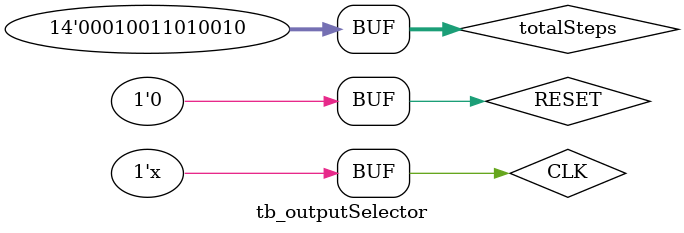
<source format=v>
`timescale 1ns / 1ps


module tb_outputSelector();

reg CLK = 0;
reg RESET = 0;
reg [13:0] totalSteps = 0;
//reg [13:0] distanceCovered = 0;
//reg [13:0] thirtyTwoStepsPerSecond = 0;
//reg [13:0] sixtyFourStepsPerSecond = 0;


wire mainAnode0;
wire mainAnode1;
wire mainAnode2;
wire mainAnode3;    
wire [6:0] mainSevenSeg; 

outputSelector uut (CLK, RESET, totalSteps,distanceCovered, thirtyTwoStepsPerSecond, sixtyFourStepsPerSecond, mainAnode0, mainAnode1, mainAnode2, mainAnode3, mainSevenSeg);

always #5 CLK = ~CLK; // 100MHz

initial begin
//inputs here

RESET = 0;
#10 
totalSteps = 1234;
//distanceCovered = 567;
//thirtyTwoStepsPerSecond = 0;
//sixtyFourStepsPerSecond = 0;


end


endmodule

</source>
